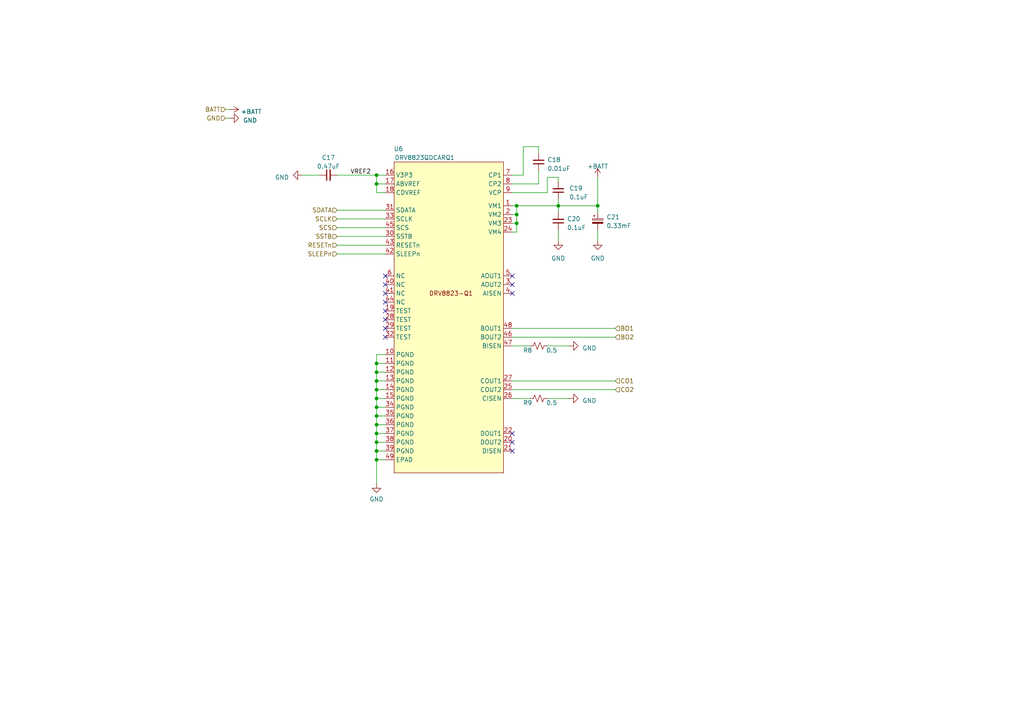
<source format=kicad_sch>
(kicad_sch (version 20230121) (generator eeschema)
  (paper "A4")
  (lib_symbols
    (symbol "Device:C_Polarized_Small" (pin_numbers hide) (pin_names (offset 0.254) hide)
      (property "Reference" "C" (at 0.254 1.778 0))
      (property "Value" "C_Polarized_Small" (at 0.254 -2.032 0))
      (symbol "C_Polarized_Small_0_1"
        (rectangle (start -1.524 -0.3048) (end 1.524 -0.6858) (fill (type outline)))
        (rectangle (start -1.524 0.6858) (end 1.524 0.3048))
        (polyline (pts (xy -1.27 1.524) (xy -0.762 1.524)))
        (polyline (pts (xy -1.016 1.27) (xy -1.016 1.778)))
      )
      (symbol "C_Polarized_Small_1_1"
        (pin passive line (at 0 2.54 270) (length 1.8542) (name "~") (number "1"))
        (pin passive line (at 0 -2.54 90) (length 1.8542) (name "~") (number "2"))
      )
    )
    (symbol "Device:C_Small" (pin_numbers hide) (pin_names (offset 0.254) hide)
      (property "Reference" "C" (at 0.254 1.778 0))
      (property "Value" "C_Small" (at 0.254 -2.032 0))
      (symbol "C_Small_0_1"
        (polyline (pts (xy -1.524 -0.508) (xy 1.524 -0.508)) (stroke (width 0.3302)))
        (polyline (pts (xy -1.524 0.508) (xy 1.524 0.508)) (stroke (width 0.3048)))
      )
      (symbol "C_Small_1_1"
        (pin passive line (at 0 2.54 270) (length 2.032) (name "~") (number "1"))
        (pin passive line (at 0 -2.54 90) (length 2.032) (name "~") (number "2"))
      )
    )
    (symbol "Device:R_Small_US" (pin_numbers hide) (pin_names (offset 0.254) hide)
      (property "Reference" "R" (at 0.762 0.508 0))
      (property "Value" "R_Small_US" (at 0.762 -1.016 0))
      (symbol "R_Small_US_1_1"
        (polyline (pts (xy 0 0) (xy 1.016 -0.381) (xy 0 -0.762) (xy -1.016 -1.143) (xy 0 -1.524)))
        (polyline (pts (xy 0 1.524) (xy 1.016 1.143) (xy 0 0.762) (xy -1.016 0.381) (xy 0 0)))
        (pin passive line (at 0 2.54 270) (length 1.016) (name "~") (number "1"))
        (pin passive line (at 0 -2.54 90) (length 1.016) (name "~") (number "2"))
      )
    )
    (symbol "asvco2-board:DRV8823QDCARQ1"
      (property "Reference" "U6" (at 1.27 3.81 0))
      (property "Value" "DRV8823QDCARQ1" (at 8.89 1.27 0))
      (symbol "DRV8823QDCARQ1_1_1"
        (rectangle (start 0 0) (end 31.75 -90.17) (fill (type background)))
        (text "DRV8823-Q1" (at 16.51 -38.1 0) (effects (font (size 1.27 1.27))))
        (pin unspecified line (at 34.29 -12.7 180) (length 2.54) (name "VM1") (number "1"))
        (pin unspecified line (at -2.54 -55.88 0) (length 2.54) (name "PGND") (number "10"))
        (pin unspecified line (at -2.54 -58.42 0) (length 2.54) (name "PGND") (number "11"))
        (pin unspecified line (at -2.54 -60.96 0) (length 2.54) (name "PGND") (number "12"))
        (pin unspecified line (at -2.54 -63.5 0) (length 2.54) (name "PGND") (number "13"))
        (pin unspecified line (at -2.54 -66.04 0) (length 2.54) (name "PGND") (number "14"))
        (pin unspecified line (at -2.54 -68.58 0) (length 2.54) (name "PGND") (number "15"))
        (pin unspecified line (at -2.54 -3.81 0) (length 2.54) (name "V3P3") (number "16"))
        (pin unspecified line (at -2.54 -6.35 0) (length 2.54) (name "ABVREF") (number "17"))
        (pin unspecified line (at -2.54 -8.89 0) (length 2.54) (name "CDVREF") (number "18"))
        (pin unspecified line (at -2.54 -43.18 0) (length 2.54) (name "TEST") (number "19"))
        (pin unspecified line (at 34.29 -15.24 180) (length 2.54) (name "VM2") (number "2"))
        (pin unspecified line (at 34.29 -81.28 180) (length 2.54) (name "DOUT2") (number "20"))
        (pin unspecified line (at 34.29 -83.82 180) (length 2.54) (name "DISEN") (number "21"))
        (pin unspecified line (at 34.29 -78.74 180) (length 2.54) (name "DOUT1") (number "22"))
        (pin unspecified line (at 34.29 -17.78 180) (length 2.54) (name "VM3") (number "23"))
        (pin unspecified line (at 34.29 -20.32 180) (length 2.54) (name "VM4") (number "24"))
        (pin unspecified line (at 34.29 -66.04 180) (length 2.54) (name "COUT2") (number "25"))
        (pin unspecified line (at 34.29 -68.58 180) (length 2.54) (name "CISEN") (number "26"))
        (pin unspecified line (at 34.29 -63.5 180) (length 2.54) (name "COUT1") (number "27"))
        (pin unspecified line (at -2.54 -45.72 0) (length 2.54) (name "TEST") (number "28"))
        (pin unspecified line (at -2.54 -48.26 0) (length 2.54) (name "TEST") (number "29"))
        (pin unspecified line (at 34.29 -35.56 180) (length 2.54) (name "AOUT2") (number "3"))
        (pin unspecified line (at -2.54 -21.59 0) (length 2.54) (name "SSTB") (number "30"))
        (pin unspecified line (at -2.54 -13.97 0) (length 2.54) (name "SDATA") (number "31"))
        (pin unspecified line (at -2.54 -50.8 0) (length 2.54) (name "TEST") (number "32"))
        (pin unspecified line (at -2.54 -16.51 0) (length 2.54) (name "SCLK") (number "33"))
        (pin unspecified line (at -2.54 -71.12 0) (length 2.54) (name "PGND") (number "34"))
        (pin unspecified line (at -2.54 -73.66 0) (length 2.54) (name "PGND") (number "35"))
        (pin unspecified line (at -2.54 -76.2 0) (length 2.54) (name "PGND") (number "36"))
        (pin unspecified line (at -2.54 -78.74 0) (length 2.54) (name "PGND") (number "37"))
        (pin unspecified line (at -2.54 -81.28 0) (length 2.54) (name "PGND") (number "38"))
        (pin unspecified line (at -2.54 -83.82 0) (length 2.54) (name "PGND") (number "39"))
        (pin unspecified line (at 34.29 -38.1 180) (length 2.54) (name "AISEN") (number "4"))
        (pin unspecified line (at -2.54 -35.56 0) (length 2.54) (name "NC") (number "40"))
        (pin unspecified line (at -2.54 -38.1 0) (length 2.54) (name "NC") (number "41"))
        (pin unspecified line (at -2.54 -26.67 0) (length 2.54) (name "SLEEPn") (number "42"))
        (pin unspecified line (at -2.54 -24.13 0) (length 2.54) (name "RESETn") (number "43"))
        (pin unspecified line (at -2.54 -40.64 0) (length 2.54) (name "NC") (number "44"))
        (pin unspecified line (at -2.54 -19.05 0) (length 2.54) (name "SCS") (number "45"))
        (pin unspecified line (at 34.29 -50.8 180) (length 2.54) (name "BOUT2") (number "46"))
        (pin unspecified line (at 34.29 -53.34 180) (length 2.54) (name "BISEN") (number "47"))
        (pin unspecified line (at 34.29 -48.26 180) (length 2.54) (name "BOUT1") (number "48"))
        (pin unspecified line (at -2.54 -86.36 0) (length 2.54) (name "EPAD") (number "49"))
        (pin unspecified line (at 34.29 -33.02 180) (length 2.54) (name "AOUT1") (number "5"))
        (pin unspecified line (at -2.54 -33.02 0) (length 2.54) (name "NC") (number "6"))
        (pin unspecified line (at 34.29 -3.81 180) (length 2.54) (name "CP1") (number "7"))
        (pin unspecified line (at 34.29 -6.35 180) (length 2.54) (name "CP2") (number "8"))
        (pin unspecified line (at 34.29 -8.89 180) (length 2.54) (name "VCP") (number "9"))
      )
    )
    (symbol "power:+BATT" (power) (pin_names (offset 0))
      (property "Value" "+BATT" (at 0 3.556 0))
      (symbol "+BATT_0_1"
        (polyline (pts (xy -0.762 1.27) (xy 0 2.54)))
        (polyline (pts (xy 0 0) (xy 0 2.54)))
        (polyline (pts (xy 0 2.54) (xy 0.762 1.27)))
      )
      (symbol "+BATT_1_1"
        (pin power_in line (at 0 0 90) (length 0) hide (name "+BATT") (number "1"))
      )
    )
    (symbol "power:GND" (power) (pin_names (offset 0))
      (property "Value" "GND" (at 0 -3.81 0))
      (symbol "GND_0_1"
        (polyline (pts (xy 0 0) (xy 0 -1.27) (xy 1.27 -1.27) (xy 0 -2.54) (xy -1.27 -1.27) (xy 0 -1.27)))
      )
      (symbol "GND_1_1"
        (pin power_in line (at 0 0 270) (length 0) hide (name "GND") (number "1"))
      )
    )
  )
  (junction (at 161.925 59.69))
  (junction (at 149.86 59.69))
  (junction (at 109.22 113.03))
  (junction (at 109.22 133.35))
  (junction (at 173.355 59.69))
  (junction (at 109.22 120.65))
  (junction (at 149.86 64.77))
  (junction (at 109.22 50.8))
  (junction (at 109.22 123.19))
  (junction (at 109.22 130.81))
  (junction (at 109.22 118.11))
  (junction (at 109.22 53.34))
  (junction (at 109.22 125.73))
  (junction (at 109.22 107.95))
  (junction (at 109.22 105.41))
  (junction (at 109.22 115.57))
  (junction (at 109.22 128.27))
  (junction (at 109.22 110.49))
  (junction (at 149.86 62.23))
  (no_connect (at 148.59 128.27))
  (no_connect (at 111.76 80.01))
  (no_connect (at 148.59 80.01))
  (no_connect (at 111.76 90.17))
  (no_connect (at 111.76 82.55))
  (no_connect (at 111.76 92.71))
  (no_connect (at 148.59 85.09))
  (no_connect (at 148.59 125.73))
  (no_connect (at 111.76 97.79))
  (no_connect (at 148.59 130.81))
  (no_connect (at 111.76 95.25))
  (no_connect (at 111.76 87.63))
  (no_connect (at 111.76 85.09))
  (no_connect (at 148.59 82.55))
  (wire (pts (xy 111.76 120.65) (xy 109.22 120.65)))
  (wire (pts (xy 148.59 50.8) (xy 151.765 50.8)))
  (wire (pts (xy 109.22 120.65) (xy 109.22 123.19)))
  (wire (pts (xy 148.59 53.34) (xy 156.21 53.34)))
  (wire (pts (xy 111.76 115.57) (xy 109.22 115.57)))
  (wire (pts (xy 148.59 97.79) (xy 178.435 97.79)))
  (wire (pts (xy 161.925 51.435) (xy 161.925 52.705)))
  (wire (pts (xy 109.22 115.57) (xy 109.22 118.11)))
  (wire (pts (xy 148.59 95.25) (xy 178.435 95.25)))
  (wire (pts (xy 109.22 123.19) (xy 109.22 125.73)))
  (wire (pts (xy 111.76 107.95) (xy 109.22 107.95)))
  (wire (pts (xy 109.22 102.87) (xy 109.22 105.41)))
  (wire (pts (xy 109.22 118.11) (xy 109.22 120.65)))
  (wire (pts (xy 87.63 50.8) (xy 92.71 50.8)))
  (wire (pts (xy 149.86 64.77) (xy 149.86 67.31)))
  (wire (pts (xy 149.86 64.77) (xy 148.59 64.77)))
  (wire (pts (xy 97.79 60.96) (xy 111.76 60.96)))
  (wire (pts (xy 111.76 128.27) (xy 109.22 128.27)))
  (wire (pts (xy 97.79 73.66) (xy 111.76 73.66)))
  (wire (pts (xy 109.22 55.88) (xy 111.76 55.88)))
  (wire (pts (xy 158.75 51.435) (xy 161.925 51.435)))
  (wire (pts (xy 109.22 128.27) (xy 109.22 130.81)))
  (wire (pts (xy 109.22 105.41) (xy 109.22 107.95)))
  (wire (pts (xy 148.59 55.88) (xy 158.75 55.88)))
  (wire (pts (xy 109.22 113.03) (xy 109.22 115.57)))
  (wire (pts (xy 158.75 100.33) (xy 165.1 100.33)))
  (wire (pts (xy 161.925 59.69) (xy 161.925 61.595)))
  (wire (pts (xy 109.22 118.11) (xy 111.76 118.11)))
  (wire (pts (xy 97.79 50.8) (xy 109.22 50.8)))
  (wire (pts (xy 148.59 100.33) (xy 153.67 100.33)))
  (wire (pts (xy 111.76 105.41) (xy 109.22 105.41)))
  (wire (pts (xy 65.405 34.29) (xy 66.675 34.29)))
  (wire (pts (xy 158.75 55.88) (xy 158.75 51.435)))
  (wire (pts (xy 148.59 115.57) (xy 153.67 115.57)))
  (wire (pts (xy 111.76 130.81) (xy 109.22 130.81)))
  (wire (pts (xy 97.79 71.12) (xy 111.76 71.12)))
  (wire (pts (xy 161.925 66.675) (xy 161.925 69.85)))
  (wire (pts (xy 109.22 125.73) (xy 109.22 128.27)))
  (wire (pts (xy 109.22 50.8) (xy 109.22 53.34)))
  (wire (pts (xy 156.21 42.545) (xy 156.21 44.45)))
  (wire (pts (xy 148.59 110.49) (xy 178.435 110.49)))
  (wire (pts (xy 151.765 42.545) (xy 156.21 42.545)))
  (wire (pts (xy 109.22 130.81) (xy 109.22 133.35)))
  (wire (pts (xy 173.355 51.435) (xy 173.355 59.69)))
  (wire (pts (xy 109.22 53.34) (xy 109.22 55.88)))
  (wire (pts (xy 65.405 31.75) (xy 66.675 31.75)))
  (wire (pts (xy 111.76 133.35) (xy 109.22 133.35)))
  (wire (pts (xy 151.765 50.8) (xy 151.765 42.545)))
  (wire (pts (xy 149.86 62.23) (xy 149.86 64.77)))
  (wire (pts (xy 111.76 125.73) (xy 109.22 125.73)))
  (wire (pts (xy 111.76 113.03) (xy 109.22 113.03)))
  (wire (pts (xy 109.22 133.35) (xy 109.22 140.335)))
  (wire (pts (xy 97.79 63.5) (xy 111.76 63.5)))
  (wire (pts (xy 149.86 67.31) (xy 148.59 67.31)))
  (wire (pts (xy 161.925 59.69) (xy 173.355 59.69)))
  (wire (pts (xy 149.86 59.69) (xy 161.925 59.69)))
  (wire (pts (xy 111.76 110.49) (xy 109.22 110.49)))
  (wire (pts (xy 161.925 59.69) (xy 161.925 57.785)))
  (wire (pts (xy 97.79 66.04) (xy 111.76 66.04)))
  (wire (pts (xy 109.22 107.95) (xy 109.22 110.49)))
  (wire (pts (xy 173.355 59.69) (xy 173.355 61.595)))
  (wire (pts (xy 149.86 59.69) (xy 149.86 62.23)))
  (wire (pts (xy 109.22 110.49) (xy 109.22 113.03)))
  (wire (pts (xy 149.86 59.69) (xy 148.59 59.69)))
  (wire (pts (xy 156.21 53.34) (xy 156.21 49.53)))
  (wire (pts (xy 173.355 66.675) (xy 173.355 69.85)))
  (wire (pts (xy 158.75 115.57) (xy 165.1 115.57)))
  (wire (pts (xy 111.76 102.87) (xy 109.22 102.87)))
  (wire (pts (xy 97.79 68.58) (xy 111.76 68.58)))
  (wire (pts (xy 111.76 123.19) (xy 109.22 123.19)))
  (wire (pts (xy 109.22 53.34) (xy 111.76 53.34)))
  (wire (pts (xy 149.86 62.23) (xy 148.59 62.23)))
  (wire (pts (xy 148.59 113.03) (xy 178.435 113.03)))
  (wire (pts (xy 109.22 50.8) (xy 111.76 50.8)))
  (label "VREF2" (at 101.6 50.8 0))
  (hierarchical_label "SSTB" (shape input) (at 97.79 68.58 180))
  (hierarchical_label "GND" (shape input) (at 65.405 34.29 180))
  (hierarchical_label "CO1" (shape input) (at 178.435 110.49 0))
  (hierarchical_label "SCLK" (shape input) (at 97.79 63.5 180))
  (hierarchical_label "BO1" (shape input) (at 178.435 95.25 0))
  (hierarchical_label "SLEEPn" (shape input) (at 97.79 73.66 180))
  (hierarchical_label "BATT" (shape input) (at 65.405 31.75 180))
  (hierarchical_label "SDATA" (shape input) (at 97.79 60.96 180))
  (hierarchical_label "CO2" (shape input) (at 178.435 113.03 0))
  (hierarchical_label "SCS" (shape input) (at 97.79 66.04 180))
  (hierarchical_label "RESETn" (shape input) (at 97.79 71.12 180))
  (hierarchical_label "BO2" (shape input) (at 178.435 97.79 0))
  (symbol (lib_id "Device:C_Small") (at 156.21 46.99 180) (unit 1)
    (property "Reference" "C18" (at 158.75 46.3486 0) (effects (justify right)))
    (property "Value" "0.01uF" (at 158.75 48.8886 0) (effects (justify right)))
    (property "Footprint" "Capacitor_SMD:C_0603_1608Metric_Pad1.08x0.95mm_HandSolder" (effects hide))
    (property "MPN" "C0603C103K2RACTU" (effects hide))
  )
  (symbol (lib_id "power:GND") (at 161.925 69.85 0) (unit 1)
    (property "Reference" "#PWR045" (effects hide))
    (property "Value" "GND" (at 161.925 74.93 0))
  )
  (symbol (lib_id "power:GND") (at 165.1 100.33 90) (unit 1)
    (property "Reference" "#PWR047" (effects hide))
    (property "Value" "GND" (at 168.91 100.965 90) (effects (justify right)))
  )
  (symbol (lib_id "Device:R_Small_US") (at 156.21 100.33 90) (unit 1)
    (property "Reference" "R8" (at 153.035 101.6 90))
    (property "Value" "0.5" (at 160.02 101.6 90))
    (property "Footprint" "Resistor_SMD:R_0603_1608Metric_Pad0.98x0.95mm_HandSolder" (effects hide))
    (property "MPN" "RL0603FR-070R5L" (effects hide))
  )
  (symbol (lib_id "power:GND") (at 87.63 50.8 270) (unit 1)
    (property "Reference" "#PWR043" (effects hide))
    (property "Value" "GND" (at 83.82 51.435 90) (effects (justify right)))
  )
  (symbol (lib_id "power:GND") (at 66.675 34.29 90) (unit 1)
    (property "Reference" "#PWR042" (effects hide))
    (property "Value" "GND" (at 70.485 34.925 90) (effects (justify right)))
  )
  (symbol (lib_id "Device:R_Small_US") (at 156.21 115.57 90) (unit 1)
    (property "Reference" "R9" (at 153.035 116.84 90))
    (property "Value" "0.5" (at 160.02 116.84 90))
    (property "Footprint" "Resistor_SMD:R_0603_1608Metric_Pad0.98x0.95mm_HandSolder" (effects hide))
    (property "MPN" "RL0603FR-070R5L" (effects hide))
  )
  (symbol (lib_id "power:+BATT") (at 173.355 51.435 0) (unit 1)
    (property "Reference" "#PWR050" (effects hide))
    (property "Value" "+BATT" (at 173.355 48.26 0))
  )
  (symbol (lib_id "power:GND") (at 173.355 69.85 0) (unit 1)
    (property "Reference" "#PWR051" (effects hide))
    (property "Value" "GND" (at 173.355 74.93 0))
  )
  (symbol (lib_id "Device:C_Small") (at 161.925 55.245 180) (unit 1)
    (property "Reference" "C19" (at 165.1 54.6036 0) (effects (justify right)))
    (property "Value" "0.1uF" (at 165.1 57.1436 0) (effects (justify right)))
    (property "Footprint" "Capacitor_SMD:C_0603_1608Metric_Pad1.08x0.95mm_HandSolder" (effects hide))
    (property "MPN" "C0603X104K5RAC7867" (effects hide))
  )
  (symbol (lib_id "Device:C_Polarized_Small") (at 173.355 64.135 0) (unit 1)
    (property "Reference" "C21" (at 175.895 62.9539 0) (effects (justify left)))
    (property "Value" "0.33mF" (at 175.895 65.4939 0) (effects (justify left)))
    (property "Footprint" "Capacitor_THT:CP_Radial_D12.5mm_P5.00mm" (effects hide))
    (property "MPN" "URZ1H331MHD1TO" (effects hide))
  )
  (symbol (lib_id "power:GND") (at 165.1 115.57 90) (unit 1)
    (property "Reference" "#PWR048" (effects hide))
    (property "Value" "GND" (at 168.91 116.205 90) (effects (justify right)))
  )
  (symbol (lib_id "Device:C_Small") (at 161.925 64.135 180) (unit 1)
    (property "Reference" "C20" (at 164.465 63.4936 0) (effects (justify right)))
    (property "Value" "0.1uF" (at 164.465 66.0336 0) (effects (justify right)))
    (property "Footprint" "Capacitor_SMD:C_0603_1608Metric_Pad1.08x0.95mm_HandSolder" (effects hide))
    (property "MPN" "C0603X104K5RAC7867" (effects hide))
  )
  (symbol (lib_id "power:GND") (at 109.22 140.335 0) (unit 1)
    (property "Reference" "#PWR044" (effects hide))
    (property "Value" "GND" (at 109.22 144.78 0))
  )
  (symbol (lib_id "power:+BATT") (at 66.675 31.75 270) (unit 1)
    (property "Reference" "#PWR041" (effects hide))
    (property "Value" "+BATT" (at 69.85 32.385 90) (effects (justify left)))
  )
  (symbol (lib_id "Device:C_Small") (at 95.25 50.8 90) (unit 1)
    (property "Reference" "C17" (at 95.2563 45.72 90))
    (property "Value" "0.47uF" (at 95.2563 48.26 90))
    (property "Footprint" "Capacitor_SMD:C_0603_1608Metric_Pad1.08x0.95mm_HandSolder" (effects hide))
    (property "MPN" "CGA3E3X7R1H474K080AE" (effects hide))
  )
  (symbol (lib_id "asvco2-board:DRV8823QDCARQ1") (at 114.3 46.99 0) (unit 1)
    (property "Reference" "U6" (at 115.57 43.18 0))
    (property "Value" "DRV8823QDCARQ1" (at 123.19 45.72 0))
    (property "Footprint" "asvco2-board:HTSSOP48" (effects hide))
    (property "MPN" "DRV8823QDCARQ1" (effects hide))
  )
)
</source>
